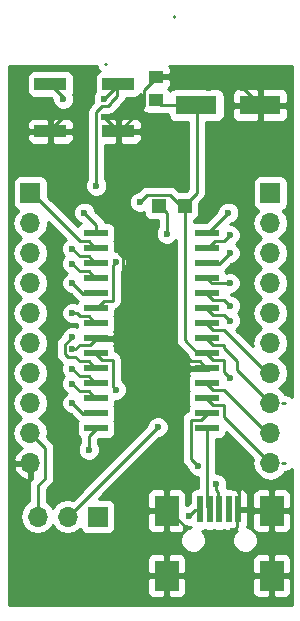
<source format=gbr>
G04 #@! TF.FileFunction,Copper,L1,Top,Signal*
%FSLAX46Y46*%
G04 Gerber Fmt 4.6, Leading zero omitted, Abs format (unit mm)*
G04 Created by KiCad (PCBNEW 4.0.7) date Mon Sep 16 14:17:58 2019*
%MOMM*%
%LPD*%
G01*
G04 APERTURE LIST*
%ADD10C,0.100000*%
%ADD11R,1.250000X1.000000*%
%ADD12R,3.500000X1.600000*%
%ADD13R,1.200000X1.200000*%
%ADD14R,0.500000X2.300000*%
%ADD15R,2.000000X2.500000*%
%ADD16R,2.750000X1.000000*%
%ADD17R,2.000000X0.600000*%
%ADD18R,1.700000X1.700000*%
%ADD19O,1.700000X1.700000*%
%ADD20C,0.600000*%
%ADD21C,0.250000*%
%ADD22C,0.254000*%
G04 APERTURE END LIST*
D10*
D11*
X159225000Y-81600000D03*
X159225000Y-83600000D03*
D12*
X162650000Y-84000000D03*
X168050000Y-84000000D03*
D13*
X161650000Y-92500000D03*
X159450000Y-92500000D03*
D14*
X162975000Y-118225000D03*
X163775000Y-118225000D03*
X164575000Y-118225000D03*
X165375000Y-118225000D03*
X166175000Y-118225000D03*
D15*
X160125000Y-118325000D03*
X160125000Y-123825000D03*
X169025000Y-118325000D03*
X169025000Y-123825000D03*
D16*
X156055000Y-86200000D03*
X150295000Y-86200000D03*
X150295000Y-82200000D03*
X156055000Y-82200000D03*
D17*
X154153952Y-94845000D03*
X154153952Y-96115000D03*
X154153952Y-97385000D03*
X154153952Y-98655000D03*
X154153952Y-99925000D03*
X154153952Y-101195000D03*
X154153952Y-102465000D03*
X154153952Y-103735000D03*
X154153952Y-105005000D03*
X154153952Y-106275000D03*
X154153952Y-107545000D03*
X154153952Y-108815000D03*
X154153952Y-110085000D03*
X154153952Y-111355000D03*
X163553952Y-111355000D03*
X163553952Y-110085000D03*
X163553952Y-108815000D03*
X163553952Y-107545000D03*
X163553952Y-106275000D03*
X163553952Y-105005000D03*
X163553952Y-103735000D03*
X163553952Y-102465000D03*
X163553952Y-101195000D03*
X163553952Y-99925000D03*
X163553952Y-98655000D03*
X163553952Y-97385000D03*
X163553952Y-96115000D03*
X163553952Y-94845000D03*
D18*
X154300000Y-118825000D03*
D19*
X151760000Y-118825000D03*
X149220000Y-118825000D03*
D18*
X168910000Y-91440000D03*
D19*
X168910000Y-93980000D03*
X168910000Y-96520000D03*
X168910000Y-99060000D03*
X168910000Y-101600000D03*
X168910000Y-104140000D03*
X168910000Y-106680000D03*
X168910000Y-109220000D03*
X168910000Y-111760000D03*
X168910000Y-114300000D03*
D18*
X148590000Y-91440000D03*
D19*
X148590000Y-93980000D03*
X148590000Y-96520000D03*
X148590000Y-99060000D03*
X148590000Y-101600000D03*
X148590000Y-104140000D03*
X148590000Y-106680000D03*
X148590000Y-109220000D03*
X148590000Y-111760000D03*
X148590000Y-114300000D03*
D20*
X152146000Y-103632000D03*
X160147000Y-115062000D03*
X161798000Y-119761000D03*
X165735000Y-120015000D03*
X163703000Y-82550000D03*
X166624000Y-82550000D03*
X158242000Y-102235000D03*
X154813000Y-84963000D03*
X151384000Y-84963000D03*
X161036000Y-104648000D03*
X152146000Y-104648000D03*
X155829000Y-108077000D03*
X159385000Y-111252000D03*
X165481000Y-107061000D03*
X157861000Y-92202000D03*
X153543000Y-113157000D03*
X160147000Y-94869000D03*
X162052000Y-118745000D03*
X164338000Y-116078000D03*
X162814000Y-114554000D03*
X155829000Y-97282000D03*
X154178000Y-90805000D03*
X151384000Y-83439000D03*
X154813000Y-83439000D03*
X153162000Y-93091000D03*
X165354000Y-93091000D03*
X165481000Y-94996000D03*
X165481000Y-96520000D03*
X165481000Y-99060000D03*
X165481000Y-100965000D03*
X165481000Y-102235000D03*
X152146000Y-96139000D03*
X152146000Y-97409000D03*
X152146000Y-99060000D03*
X152146000Y-101600000D03*
X152146000Y-106299000D03*
X152146000Y-107569000D03*
X152146000Y-109220000D03*
D21*
X170180000Y-109220000D02*
X169926000Y-109220000D01*
X170180000Y-114300000D02*
X169926000Y-114300000D01*
X160782000Y-76454000D02*
X160755000Y-76500000D01*
X160755000Y-76500000D02*
X160782000Y-76454000D01*
X154995000Y-80500000D02*
X154940000Y-80518000D01*
X154940000Y-80518000D02*
X154995000Y-80500000D01*
X152146000Y-103632000D02*
X151511000Y-104267000D01*
X151511000Y-104267000D02*
X151511000Y-105029000D01*
X151511000Y-105029000D02*
X151765000Y-105283000D01*
X151765000Y-105283000D02*
X152400000Y-105283000D01*
X152400000Y-105283000D02*
X152781000Y-105664000D01*
X152781000Y-105664000D02*
X153543000Y-105664000D01*
X153543000Y-105664000D02*
X154178000Y-106299000D01*
X154178000Y-106299000D02*
X154153952Y-106275000D01*
X160147000Y-115062000D02*
X160147000Y-118364000D01*
X160147000Y-118364000D02*
X160125000Y-118325000D01*
X160125000Y-118325000D02*
X160147000Y-118364000D01*
X160147000Y-118364000D02*
X160401000Y-118364000D01*
X160401000Y-118364000D02*
X161798000Y-119761000D01*
X165735000Y-120015000D02*
X166116000Y-119634000D01*
X166116000Y-119634000D02*
X166116000Y-118237000D01*
X166116000Y-118237000D02*
X166175000Y-118225000D01*
X169025000Y-118325000D02*
X169037000Y-118364000D01*
X169037000Y-118364000D02*
X169037000Y-123825000D01*
X169037000Y-123825000D02*
X169025000Y-123825000D01*
X160125000Y-118325000D02*
X160147000Y-118364000D01*
X160147000Y-118364000D02*
X160147000Y-123825000D01*
X160147000Y-123825000D02*
X160125000Y-123825000D01*
X166175000Y-118225000D02*
X166116000Y-118237000D01*
X166116000Y-118237000D02*
X168910000Y-118237000D01*
X168910000Y-118237000D02*
X169037000Y-118364000D01*
X169037000Y-118364000D02*
X169025000Y-118325000D01*
X156055000Y-86200000D02*
X156083000Y-86233000D01*
X156083000Y-86233000D02*
X158242000Y-84074000D01*
X158242000Y-84074000D02*
X158242000Y-82677000D01*
X158242000Y-82677000D02*
X159258000Y-81661000D01*
X159258000Y-81661000D02*
X159225000Y-81600000D01*
X159225000Y-81600000D02*
X159258000Y-81661000D01*
X159258000Y-81661000D02*
X162814000Y-81661000D01*
X162814000Y-81661000D02*
X163703000Y-82550000D01*
X166624000Y-82550000D02*
X168021000Y-83947000D01*
X168021000Y-83947000D02*
X168050000Y-84000000D01*
X158242000Y-102235000D02*
X156464000Y-100457000D01*
X156464000Y-100457000D02*
X156464000Y-96901000D01*
X156464000Y-96901000D02*
X156083000Y-96520000D01*
X156083000Y-96520000D02*
X156083000Y-86233000D01*
X156083000Y-86233000D02*
X156055000Y-86200000D01*
X156055000Y-86200000D02*
X156083000Y-86233000D01*
X156083000Y-86233000D02*
X154813000Y-84963000D01*
X151384000Y-84963000D02*
X150241000Y-86106000D01*
X150241000Y-86106000D02*
X150241000Y-86233000D01*
X150241000Y-86233000D02*
X150295000Y-86200000D01*
X161036000Y-104648000D02*
X161163000Y-104648000D01*
X161163000Y-104648000D02*
X162179000Y-105664000D01*
X162179000Y-105664000D02*
X162941000Y-105664000D01*
X162941000Y-105664000D02*
X163576000Y-106299000D01*
X163576000Y-106299000D02*
X163553952Y-106275000D01*
X152146000Y-104648000D02*
X152400000Y-104648000D01*
X152400000Y-104648000D02*
X152781000Y-104267000D01*
X152781000Y-104267000D02*
X153670000Y-104267000D01*
X153670000Y-104267000D02*
X154178000Y-103759000D01*
X154178000Y-103759000D02*
X154153952Y-103735000D01*
X155829000Y-108077000D02*
X155575000Y-107823000D01*
X155575000Y-107823000D02*
X155575000Y-105537000D01*
X155575000Y-105537000D02*
X154686000Y-105537000D01*
X154686000Y-105537000D02*
X154178000Y-105029000D01*
X154178000Y-105029000D02*
X154153952Y-105005000D01*
X151760000Y-118825000D02*
X151765000Y-118872000D01*
X151765000Y-118872000D02*
X159385000Y-111252000D01*
X165481000Y-107061000D02*
X164973000Y-106553000D01*
X164973000Y-106553000D02*
X164973000Y-105537000D01*
X164973000Y-105537000D02*
X164084000Y-105537000D01*
X164084000Y-105537000D02*
X163576000Y-105029000D01*
X163576000Y-105029000D02*
X163553952Y-105005000D01*
X161650000Y-92500000D02*
X161671000Y-92456000D01*
X161671000Y-92456000D02*
X162687000Y-91440000D01*
X162687000Y-91440000D02*
X162687000Y-83947000D01*
X162687000Y-83947000D02*
X162650000Y-84000000D01*
X162650000Y-84000000D02*
X162687000Y-83947000D01*
X162687000Y-83947000D02*
X159639000Y-83947000D01*
X159639000Y-83947000D02*
X159258000Y-83566000D01*
X159258000Y-83566000D02*
X159225000Y-83600000D01*
X163576000Y-105029000D02*
X163553952Y-105005000D01*
X163553952Y-105005000D02*
X163576000Y-105029000D01*
X163576000Y-105029000D02*
X162814000Y-105029000D01*
X162814000Y-105029000D02*
X161671000Y-103886000D01*
X161671000Y-103886000D02*
X161671000Y-92456000D01*
X161671000Y-92456000D02*
X161650000Y-92500000D01*
X161650000Y-92500000D02*
X161671000Y-92456000D01*
X161650000Y-92500000D02*
X161671000Y-92456000D01*
X161671000Y-92456000D02*
X161290000Y-92456000D01*
X161290000Y-92456000D02*
X160401000Y-91567000D01*
X160401000Y-91567000D02*
X158496000Y-91567000D01*
X158496000Y-91567000D02*
X157861000Y-92202000D01*
X154153952Y-111355000D02*
X154178000Y-111379000D01*
X154178000Y-111379000D02*
X153543000Y-112014000D01*
X153543000Y-112014000D02*
X153543000Y-113157000D01*
X159450000Y-92500000D02*
X159512000Y-92456000D01*
X159512000Y-92456000D02*
X160147000Y-93091000D01*
X160147000Y-93091000D02*
X160147000Y-94869000D01*
X163775000Y-118225000D02*
X163830000Y-118237000D01*
X163830000Y-118237000D02*
X163576000Y-117983000D01*
X163576000Y-117983000D02*
X163576000Y-111379000D01*
X163576000Y-111379000D02*
X163553952Y-111355000D01*
X163576000Y-111379000D02*
X163553952Y-111355000D01*
X162975000Y-118225000D02*
X162941000Y-118237000D01*
X162941000Y-118237000D02*
X162560000Y-118237000D01*
X162560000Y-118237000D02*
X162052000Y-118745000D01*
X164575000Y-118225000D02*
X164592000Y-118237000D01*
X164592000Y-118237000D02*
X164465000Y-118110000D01*
X164465000Y-118110000D02*
X164465000Y-116713000D01*
X164465000Y-116713000D02*
X164338000Y-116586000D01*
X164338000Y-116586000D02*
X164338000Y-116078000D01*
X162814000Y-114554000D02*
X162179000Y-113919000D01*
X162179000Y-113919000D02*
X162179000Y-110617000D01*
X162179000Y-110617000D02*
X163068000Y-110617000D01*
X163068000Y-110617000D02*
X163576000Y-110109000D01*
X163576000Y-110109000D02*
X163553952Y-110085000D01*
X163576000Y-110109000D02*
X163553952Y-110085000D01*
X155829000Y-97282000D02*
X155575000Y-97536000D01*
X155575000Y-97536000D02*
X155575000Y-100584000D01*
X155575000Y-100584000D02*
X154813000Y-100584000D01*
X154813000Y-100584000D02*
X154178000Y-101219000D01*
X154178000Y-101219000D02*
X154153952Y-101195000D01*
X156055000Y-82200000D02*
X156083000Y-82169000D01*
X156083000Y-82169000D02*
X155956000Y-82296000D01*
X155956000Y-82296000D02*
X155956000Y-83185000D01*
X155956000Y-83185000D02*
X155448000Y-83693000D01*
X155448000Y-83693000D02*
X155448000Y-83820000D01*
X155448000Y-83820000D02*
X155194000Y-84074000D01*
X155194000Y-84074000D02*
X154686000Y-84074000D01*
X154686000Y-84074000D02*
X154178000Y-84582000D01*
X154178000Y-84582000D02*
X154178000Y-90805000D01*
X150295000Y-82200000D02*
X150241000Y-82169000D01*
X150241000Y-82169000D02*
X151384000Y-83312000D01*
X151384000Y-83312000D02*
X151384000Y-83439000D01*
X154813000Y-83439000D02*
X156083000Y-82169000D01*
X156083000Y-82169000D02*
X156055000Y-82200000D01*
X153162000Y-93091000D02*
X154178000Y-94107000D01*
X154178000Y-94107000D02*
X154178000Y-94869000D01*
X154178000Y-94869000D02*
X154153952Y-94845000D01*
X148590000Y-111760000D02*
X149860000Y-113030000D01*
X149860000Y-113030000D02*
X149860000Y-115570000D01*
X149860000Y-115570000D02*
X149225000Y-116205000D01*
X149225000Y-116205000D02*
X149225000Y-118872000D01*
X149225000Y-118872000D02*
X149220000Y-118825000D01*
X163553952Y-94845000D02*
X163576000Y-94869000D01*
X163576000Y-94869000D02*
X165354000Y-93091000D01*
X163553952Y-94845000D02*
X163576000Y-94869000D01*
X165481000Y-94996000D02*
X164973000Y-95504000D01*
X164973000Y-95504000D02*
X164211000Y-95504000D01*
X164211000Y-95504000D02*
X163576000Y-96139000D01*
X163576000Y-96139000D02*
X163553952Y-96115000D01*
X163576000Y-96139000D02*
X163553952Y-96115000D01*
X163553952Y-97385000D02*
X163576000Y-97409000D01*
X163576000Y-97409000D02*
X164592000Y-97409000D01*
X164592000Y-97409000D02*
X165481000Y-96520000D01*
X163553952Y-97385000D02*
X163576000Y-97409000D01*
X165481000Y-99060000D02*
X163957000Y-99060000D01*
X163957000Y-99060000D02*
X163576000Y-98679000D01*
X163576000Y-98679000D02*
X163553952Y-98655000D01*
X163576000Y-98679000D02*
X163553952Y-98655000D01*
X165481000Y-100965000D02*
X164973000Y-100457000D01*
X164973000Y-100457000D02*
X164084000Y-100457000D01*
X164084000Y-100457000D02*
X163576000Y-99949000D01*
X163576000Y-99949000D02*
X163553952Y-99925000D01*
X163576000Y-99949000D02*
X163553952Y-99925000D01*
X165481000Y-102235000D02*
X164973000Y-101727000D01*
X164973000Y-101727000D02*
X164084000Y-101727000D01*
X164084000Y-101727000D02*
X163576000Y-101219000D01*
X163576000Y-101219000D02*
X163553952Y-101195000D01*
X163576000Y-101219000D02*
X163553952Y-101195000D01*
X168910000Y-106680000D02*
X168656000Y-106680000D01*
X168656000Y-106680000D02*
X164973000Y-102997000D01*
X164973000Y-102997000D02*
X164084000Y-102997000D01*
X164084000Y-102997000D02*
X163576000Y-102489000D01*
X163576000Y-102489000D02*
X163553952Y-102465000D01*
X163576000Y-102489000D02*
X163553952Y-102465000D01*
X168910000Y-109220000D02*
X166116000Y-106426000D01*
X166116000Y-106426000D02*
X166116000Y-105664000D01*
X166116000Y-105664000D02*
X164973000Y-104521000D01*
X164973000Y-104521000D02*
X164973000Y-104267000D01*
X164973000Y-104267000D02*
X164084000Y-104267000D01*
X164084000Y-104267000D02*
X163576000Y-103759000D01*
X163576000Y-103759000D02*
X163553952Y-103735000D01*
X163576000Y-103759000D02*
X163553952Y-103735000D01*
X168910000Y-111760000D02*
X168656000Y-111760000D01*
X168656000Y-111760000D02*
X164973000Y-108077000D01*
X164973000Y-108077000D02*
X164084000Y-108077000D01*
X164084000Y-108077000D02*
X163576000Y-107569000D01*
X163576000Y-107569000D02*
X163553952Y-107545000D01*
X163576000Y-107569000D02*
X163553952Y-107545000D01*
X168910000Y-114300000D02*
X164973000Y-110363000D01*
X164973000Y-110363000D02*
X164973000Y-109347000D01*
X164973000Y-109347000D02*
X164084000Y-109347000D01*
X164084000Y-109347000D02*
X163576000Y-108839000D01*
X163576000Y-108839000D02*
X163553952Y-108815000D01*
X163576000Y-108839000D02*
X163553952Y-108815000D01*
X148590000Y-91440000D02*
X148717000Y-91440000D01*
X148717000Y-91440000D02*
X152781000Y-95504000D01*
X152781000Y-95504000D02*
X153543000Y-95504000D01*
X153543000Y-95504000D02*
X154178000Y-96139000D01*
X154178000Y-96139000D02*
X154153952Y-96115000D01*
X154178000Y-96139000D02*
X154153952Y-96115000D01*
X152146000Y-96139000D02*
X152781000Y-96774000D01*
X152781000Y-96774000D02*
X153543000Y-96774000D01*
X153543000Y-96774000D02*
X154178000Y-97409000D01*
X154178000Y-97409000D02*
X154153952Y-97385000D01*
X154178000Y-97409000D02*
X154153952Y-97385000D01*
X152146000Y-97409000D02*
X152781000Y-98044000D01*
X152781000Y-98044000D02*
X153543000Y-98044000D01*
X153543000Y-98044000D02*
X154178000Y-98679000D01*
X154178000Y-98679000D02*
X154153952Y-98655000D01*
X154178000Y-98679000D02*
X154153952Y-98655000D01*
X154153952Y-99925000D02*
X154178000Y-99949000D01*
X154178000Y-99949000D02*
X153035000Y-99949000D01*
X153035000Y-99949000D02*
X152146000Y-99060000D01*
X154153952Y-99925000D02*
X154178000Y-99949000D01*
X152146000Y-101600000D02*
X152527000Y-101600000D01*
X152527000Y-101600000D02*
X152781000Y-101854000D01*
X152781000Y-101854000D02*
X153543000Y-101854000D01*
X153543000Y-101854000D02*
X154178000Y-102489000D01*
X154178000Y-102489000D02*
X154153952Y-102465000D01*
X154178000Y-102489000D02*
X154153952Y-102465000D01*
X152146000Y-106299000D02*
X152781000Y-106934000D01*
X152781000Y-106934000D02*
X153543000Y-106934000D01*
X153543000Y-106934000D02*
X154178000Y-107569000D01*
X154178000Y-107569000D02*
X154153952Y-107545000D01*
X154178000Y-107569000D02*
X154153952Y-107545000D01*
X152146000Y-107569000D02*
X152781000Y-108204000D01*
X152781000Y-108204000D02*
X153543000Y-108204000D01*
X153543000Y-108204000D02*
X154178000Y-108839000D01*
X154178000Y-108839000D02*
X154153952Y-108815000D01*
X154178000Y-108839000D02*
X154153952Y-108815000D01*
X154153952Y-110085000D02*
X154178000Y-110109000D01*
X154178000Y-110109000D02*
X153035000Y-110109000D01*
X153035000Y-110109000D02*
X152146000Y-109220000D01*
X154153952Y-110085000D02*
X154178000Y-110109000D01*
D22*
G36*
X154217698Y-80754390D02*
X154363143Y-81012808D01*
X154465267Y-81092965D01*
X154444683Y-81096838D01*
X154228559Y-81235910D01*
X154083569Y-81448110D01*
X154032560Y-81700000D01*
X154032560Y-82700000D01*
X154063757Y-82865799D01*
X154020808Y-82908673D01*
X153878162Y-83252201D01*
X153877838Y-83624167D01*
X153931400Y-83753798D01*
X153640599Y-84044599D01*
X153475852Y-84291161D01*
X153418000Y-84582000D01*
X153418000Y-90242537D01*
X153385808Y-90274673D01*
X153243162Y-90618201D01*
X153242838Y-90990167D01*
X153384883Y-91333943D01*
X153647673Y-91597192D01*
X153991201Y-91739838D01*
X154363167Y-91740162D01*
X154706943Y-91598117D01*
X154970192Y-91335327D01*
X155112838Y-90991799D01*
X155113162Y-90619833D01*
X154971117Y-90276057D01*
X154938000Y-90242882D01*
X154938000Y-87335000D01*
X155769250Y-87335000D01*
X155928000Y-87176250D01*
X155928000Y-86327000D01*
X156182000Y-86327000D01*
X156182000Y-87176250D01*
X156340750Y-87335000D01*
X157556309Y-87335000D01*
X157789698Y-87238327D01*
X157968327Y-87059699D01*
X158065000Y-86826310D01*
X158065000Y-86485750D01*
X157906250Y-86327000D01*
X156182000Y-86327000D01*
X155928000Y-86327000D01*
X155908000Y-86327000D01*
X155908000Y-86073000D01*
X155928000Y-86073000D01*
X155928000Y-85223750D01*
X156182000Y-85223750D01*
X156182000Y-86073000D01*
X157906250Y-86073000D01*
X158065000Y-85914250D01*
X158065000Y-85573690D01*
X157968327Y-85340301D01*
X157789698Y-85161673D01*
X157556309Y-85065000D01*
X156340750Y-85065000D01*
X156182000Y-85223750D01*
X155928000Y-85223750D01*
X155769250Y-85065000D01*
X154938000Y-85065000D01*
X154938000Y-84896802D01*
X155000802Y-84834000D01*
X155194000Y-84834000D01*
X155484839Y-84776148D01*
X155731401Y-84611401D01*
X155985401Y-84357401D01*
X156150148Y-84110840D01*
X156161368Y-84054434D01*
X156493401Y-83722401D01*
X156567608Y-83611342D01*
X156658148Y-83475839D01*
X156683688Y-83347440D01*
X157430000Y-83347440D01*
X157665317Y-83303162D01*
X157881441Y-83164090D01*
X157964071Y-83043157D01*
X157952560Y-83100000D01*
X157952560Y-84100000D01*
X157996838Y-84335317D01*
X158135910Y-84551441D01*
X158348110Y-84696431D01*
X158600000Y-84747440D01*
X159850000Y-84747440D01*
X160064920Y-84707000D01*
X160252560Y-84707000D01*
X160252560Y-84800000D01*
X160296838Y-85035317D01*
X160435910Y-85251441D01*
X160648110Y-85396431D01*
X160900000Y-85447440D01*
X161927000Y-85447440D01*
X161927000Y-91125198D01*
X161799638Y-91252560D01*
X161161362Y-91252560D01*
X160938401Y-91029599D01*
X160691839Y-90864852D01*
X160401000Y-90807000D01*
X158496000Y-90807000D01*
X158205161Y-90864852D01*
X157958599Y-91029599D01*
X157721320Y-91266878D01*
X157675833Y-91266838D01*
X157332057Y-91408883D01*
X157068808Y-91671673D01*
X156926162Y-92015201D01*
X156925838Y-92387167D01*
X157067883Y-92730943D01*
X157330673Y-92994192D01*
X157674201Y-93136838D01*
X158046167Y-93137162D01*
X158202560Y-93072542D01*
X158202560Y-93100000D01*
X158246838Y-93335317D01*
X158385910Y-93551441D01*
X158598110Y-93696431D01*
X158850000Y-93747440D01*
X159387000Y-93747440D01*
X159387000Y-94306537D01*
X159354808Y-94338673D01*
X159212162Y-94682201D01*
X159211838Y-95054167D01*
X159353883Y-95397943D01*
X159616673Y-95661192D01*
X159960201Y-95803838D01*
X160332167Y-95804162D01*
X160675943Y-95662117D01*
X160911000Y-95427470D01*
X160911000Y-103886000D01*
X160968852Y-104176839D01*
X161133599Y-104423401D01*
X161906512Y-105196314D01*
X161906512Y-105305000D01*
X161950790Y-105540317D01*
X162009130Y-105630980D01*
X161918952Y-105848690D01*
X161918952Y-105989250D01*
X162077702Y-106148000D01*
X163426952Y-106148000D01*
X163426952Y-106128000D01*
X163626816Y-106128000D01*
X163700952Y-106177536D01*
X163700952Y-106402000D01*
X163680952Y-106402000D01*
X163680952Y-106422000D01*
X163426952Y-106422000D01*
X163426952Y-106402000D01*
X162077702Y-106402000D01*
X161918952Y-106560750D01*
X161918952Y-106701310D01*
X162008758Y-106918122D01*
X161957521Y-106993110D01*
X161906512Y-107245000D01*
X161906512Y-107845000D01*
X161950790Y-108080317D01*
X162014630Y-108179528D01*
X161957521Y-108263110D01*
X161906512Y-108515000D01*
X161906512Y-109115000D01*
X161950790Y-109350317D01*
X162014630Y-109449528D01*
X161957521Y-109533110D01*
X161906512Y-109785000D01*
X161906512Y-109911202D01*
X161888161Y-109914852D01*
X161641599Y-110079599D01*
X161476852Y-110326161D01*
X161419000Y-110617000D01*
X161419000Y-113919000D01*
X161476852Y-114209839D01*
X161641599Y-114456401D01*
X161878878Y-114693680D01*
X161878838Y-114739167D01*
X162020883Y-115082943D01*
X162283673Y-115346192D01*
X162627201Y-115488838D01*
X162816000Y-115489002D01*
X162816000Y-116427560D01*
X162725000Y-116427560D01*
X162489683Y-116471838D01*
X162273559Y-116610910D01*
X162128569Y-116823110D01*
X162077560Y-117075000D01*
X162077560Y-117662875D01*
X162022599Y-117699599D01*
X161912320Y-117809878D01*
X161866833Y-117809838D01*
X161760000Y-117853980D01*
X161760000Y-116948691D01*
X161663327Y-116715302D01*
X161484699Y-116536673D01*
X161251310Y-116440000D01*
X160410750Y-116440000D01*
X160252000Y-116598750D01*
X160252000Y-118198000D01*
X160272000Y-118198000D01*
X160272000Y-118452000D01*
X160252000Y-118452000D01*
X160252000Y-120051250D01*
X160410750Y-120210000D01*
X161251310Y-120210000D01*
X161484699Y-120113327D01*
X161663327Y-119934698D01*
X161760000Y-119701309D01*
X161760000Y-119636155D01*
X161865201Y-119679838D01*
X162166743Y-119680101D01*
X162205191Y-119739851D01*
X162160127Y-119739812D01*
X161761200Y-119904646D01*
X161455718Y-120209595D01*
X161290189Y-120608233D01*
X161289812Y-121039873D01*
X161454646Y-121438800D01*
X161759595Y-121744282D01*
X162158233Y-121909811D01*
X162589873Y-121910188D01*
X162988800Y-121745354D01*
X163294282Y-121440405D01*
X163459811Y-121041767D01*
X163460188Y-120610127D01*
X163295354Y-120211200D01*
X163106923Y-120022440D01*
X163225000Y-120022440D01*
X163380507Y-119993179D01*
X163525000Y-120022440D01*
X164025000Y-120022440D01*
X164180507Y-119993179D01*
X164325000Y-120022440D01*
X164825000Y-120022440D01*
X164980507Y-119993179D01*
X165125000Y-120022440D01*
X165625000Y-120022440D01*
X165765086Y-119996081D01*
X165798690Y-120010000D01*
X165891250Y-120010000D01*
X166036384Y-119864866D01*
X166047998Y-119857393D01*
X166047998Y-120010000D01*
X166055662Y-120010000D01*
X165855718Y-120209595D01*
X165690189Y-120608233D01*
X165689812Y-121039873D01*
X165854646Y-121438800D01*
X166159595Y-121744282D01*
X166558233Y-121909811D01*
X166989873Y-121910188D01*
X167388800Y-121745354D01*
X167694282Y-121440405D01*
X167859811Y-121041767D01*
X167860188Y-120610127D01*
X167695354Y-120211200D01*
X167390405Y-119905718D01*
X166991767Y-119740189D01*
X166957866Y-119740159D01*
X166963327Y-119734698D01*
X167060000Y-119501309D01*
X167060000Y-118610750D01*
X167390000Y-118610750D01*
X167390000Y-119701309D01*
X167486673Y-119934698D01*
X167665301Y-120113327D01*
X167898690Y-120210000D01*
X168739250Y-120210000D01*
X168898000Y-120051250D01*
X168898000Y-118452000D01*
X169152000Y-118452000D01*
X169152000Y-120051250D01*
X169310750Y-120210000D01*
X170151310Y-120210000D01*
X170384699Y-120113327D01*
X170563327Y-119934698D01*
X170660000Y-119701309D01*
X170660000Y-118610750D01*
X170501250Y-118452000D01*
X169152000Y-118452000D01*
X168898000Y-118452000D01*
X167548750Y-118452000D01*
X167390000Y-118610750D01*
X167060000Y-118610750D01*
X167060000Y-118510750D01*
X166901250Y-118352000D01*
X166300000Y-118352000D01*
X166300000Y-118372000D01*
X166272440Y-118372000D01*
X166272440Y-117075000D01*
X166228162Y-116839683D01*
X166089090Y-116623559D01*
X166052781Y-116598750D01*
X166300000Y-116598750D01*
X166300000Y-118098000D01*
X166901250Y-118098000D01*
X167060000Y-117939250D01*
X167060000Y-116948691D01*
X167390000Y-116948691D01*
X167390000Y-118039250D01*
X167548750Y-118198000D01*
X168898000Y-118198000D01*
X168898000Y-116598750D01*
X169152000Y-116598750D01*
X169152000Y-118198000D01*
X170501250Y-118198000D01*
X170660000Y-118039250D01*
X170660000Y-116948691D01*
X170563327Y-116715302D01*
X170384699Y-116536673D01*
X170151310Y-116440000D01*
X169310750Y-116440000D01*
X169152000Y-116598750D01*
X168898000Y-116598750D01*
X168739250Y-116440000D01*
X167898690Y-116440000D01*
X167665301Y-116536673D01*
X167486673Y-116715302D01*
X167390000Y-116948691D01*
X167060000Y-116948691D01*
X166963327Y-116715302D01*
X166784699Y-116536673D01*
X166551310Y-116440000D01*
X166458750Y-116440000D01*
X166300000Y-116598750D01*
X166052781Y-116598750D01*
X166044001Y-116592751D01*
X165891250Y-116440000D01*
X165798690Y-116440000D01*
X165761829Y-116455268D01*
X165625000Y-116427560D01*
X165205253Y-116427560D01*
X165272838Y-116264799D01*
X165273162Y-115892833D01*
X165131117Y-115549057D01*
X164868327Y-115285808D01*
X164524799Y-115143162D01*
X164336000Y-115142998D01*
X164336000Y-112302440D01*
X164553952Y-112302440D01*
X164789269Y-112258162D01*
X165005393Y-112119090D01*
X165150383Y-111906890D01*
X165199507Y-111664309D01*
X167468790Y-113933592D01*
X167395907Y-114300000D01*
X167508946Y-114868285D01*
X167830853Y-115350054D01*
X168312622Y-115671961D01*
X168880907Y-115785000D01*
X168939093Y-115785000D01*
X169507378Y-115671961D01*
X169989147Y-115350054D01*
X170183407Y-115059322D01*
X170470839Y-115002148D01*
X170717401Y-114837401D01*
X170740000Y-114803579D01*
X170740000Y-126290000D01*
X146760000Y-126290000D01*
X146760000Y-124110750D01*
X158490000Y-124110750D01*
X158490000Y-125201309D01*
X158586673Y-125434698D01*
X158765301Y-125613327D01*
X158998690Y-125710000D01*
X159839250Y-125710000D01*
X159998000Y-125551250D01*
X159998000Y-123952000D01*
X160252000Y-123952000D01*
X160252000Y-125551250D01*
X160410750Y-125710000D01*
X161251310Y-125710000D01*
X161484699Y-125613327D01*
X161663327Y-125434698D01*
X161760000Y-125201309D01*
X161760000Y-124110750D01*
X167390000Y-124110750D01*
X167390000Y-125201309D01*
X167486673Y-125434698D01*
X167665301Y-125613327D01*
X167898690Y-125710000D01*
X168739250Y-125710000D01*
X168898000Y-125551250D01*
X168898000Y-123952000D01*
X169152000Y-123952000D01*
X169152000Y-125551250D01*
X169310750Y-125710000D01*
X170151310Y-125710000D01*
X170384699Y-125613327D01*
X170563327Y-125434698D01*
X170660000Y-125201309D01*
X170660000Y-124110750D01*
X170501250Y-123952000D01*
X169152000Y-123952000D01*
X168898000Y-123952000D01*
X167548750Y-123952000D01*
X167390000Y-124110750D01*
X161760000Y-124110750D01*
X161601250Y-123952000D01*
X160252000Y-123952000D01*
X159998000Y-123952000D01*
X158648750Y-123952000D01*
X158490000Y-124110750D01*
X146760000Y-124110750D01*
X146760000Y-122448691D01*
X158490000Y-122448691D01*
X158490000Y-123539250D01*
X158648750Y-123698000D01*
X159998000Y-123698000D01*
X159998000Y-122098750D01*
X160252000Y-122098750D01*
X160252000Y-123698000D01*
X161601250Y-123698000D01*
X161760000Y-123539250D01*
X161760000Y-122448691D01*
X167390000Y-122448691D01*
X167390000Y-123539250D01*
X167548750Y-123698000D01*
X168898000Y-123698000D01*
X168898000Y-122098750D01*
X169152000Y-122098750D01*
X169152000Y-123698000D01*
X170501250Y-123698000D01*
X170660000Y-123539250D01*
X170660000Y-122448691D01*
X170563327Y-122215302D01*
X170384699Y-122036673D01*
X170151310Y-121940000D01*
X169310750Y-121940000D01*
X169152000Y-122098750D01*
X168898000Y-122098750D01*
X168739250Y-121940000D01*
X167898690Y-121940000D01*
X167665301Y-122036673D01*
X167486673Y-122215302D01*
X167390000Y-122448691D01*
X161760000Y-122448691D01*
X161663327Y-122215302D01*
X161484699Y-122036673D01*
X161251310Y-121940000D01*
X160410750Y-121940000D01*
X160252000Y-122098750D01*
X159998000Y-122098750D01*
X159839250Y-121940000D01*
X158998690Y-121940000D01*
X158765301Y-122036673D01*
X158586673Y-122215302D01*
X158490000Y-122448691D01*
X146760000Y-122448691D01*
X146760000Y-114656890D01*
X147148524Y-114656890D01*
X147318355Y-115066924D01*
X147708642Y-115495183D01*
X148233108Y-115741486D01*
X148463000Y-115620819D01*
X148463000Y-114427000D01*
X147269845Y-114427000D01*
X147148524Y-114656890D01*
X146760000Y-114656890D01*
X146760000Y-93980000D01*
X147075907Y-93980000D01*
X147188946Y-94548285D01*
X147510853Y-95030054D01*
X147840026Y-95250000D01*
X147510853Y-95469946D01*
X147188946Y-95951715D01*
X147075907Y-96520000D01*
X147188946Y-97088285D01*
X147510853Y-97570054D01*
X147840026Y-97790000D01*
X147510853Y-98009946D01*
X147188946Y-98491715D01*
X147075907Y-99060000D01*
X147188946Y-99628285D01*
X147510853Y-100110054D01*
X147840026Y-100330000D01*
X147510853Y-100549946D01*
X147188946Y-101031715D01*
X147075907Y-101600000D01*
X147188946Y-102168285D01*
X147510853Y-102650054D01*
X147840026Y-102870000D01*
X147510853Y-103089946D01*
X147188946Y-103571715D01*
X147075907Y-104140000D01*
X147188946Y-104708285D01*
X147510853Y-105190054D01*
X147840026Y-105410000D01*
X147510853Y-105629946D01*
X147188946Y-106111715D01*
X147075907Y-106680000D01*
X147188946Y-107248285D01*
X147510853Y-107730054D01*
X147840026Y-107950000D01*
X147510853Y-108169946D01*
X147188946Y-108651715D01*
X147075907Y-109220000D01*
X147188946Y-109788285D01*
X147510853Y-110270054D01*
X147840026Y-110490000D01*
X147510853Y-110709946D01*
X147188946Y-111191715D01*
X147075907Y-111760000D01*
X147188946Y-112328285D01*
X147510853Y-112810054D01*
X147851553Y-113037702D01*
X147708642Y-113104817D01*
X147318355Y-113533076D01*
X147148524Y-113943110D01*
X147269845Y-114173000D01*
X148463000Y-114173000D01*
X148463000Y-114153000D01*
X148717000Y-114153000D01*
X148717000Y-114173000D01*
X148737000Y-114173000D01*
X148737000Y-114427000D01*
X148717000Y-114427000D01*
X148717000Y-115620819D01*
X148728397Y-115626801D01*
X148687599Y-115667599D01*
X148522852Y-115914161D01*
X148465000Y-116205000D01*
X148465000Y-117548705D01*
X148169946Y-117745853D01*
X147848039Y-118227622D01*
X147735000Y-118795907D01*
X147735000Y-118854093D01*
X147848039Y-119422378D01*
X148169946Y-119904147D01*
X148651715Y-120226054D01*
X149220000Y-120339093D01*
X149788285Y-120226054D01*
X150270054Y-119904147D01*
X150490000Y-119574974D01*
X150709946Y-119904147D01*
X151191715Y-120226054D01*
X151760000Y-120339093D01*
X152328285Y-120226054D01*
X152810054Y-119904147D01*
X152837850Y-119862548D01*
X152846838Y-119910317D01*
X152985910Y-120126441D01*
X153198110Y-120271431D01*
X153450000Y-120322440D01*
X155150000Y-120322440D01*
X155385317Y-120278162D01*
X155601441Y-120139090D01*
X155746431Y-119926890D01*
X155797440Y-119675000D01*
X155797440Y-118610750D01*
X158490000Y-118610750D01*
X158490000Y-119701309D01*
X158586673Y-119934698D01*
X158765301Y-120113327D01*
X158998690Y-120210000D01*
X159839250Y-120210000D01*
X159998000Y-120051250D01*
X159998000Y-118452000D01*
X158648750Y-118452000D01*
X158490000Y-118610750D01*
X155797440Y-118610750D01*
X155797440Y-117975000D01*
X155753162Y-117739683D01*
X155614090Y-117523559D01*
X155401890Y-117378569D01*
X155150000Y-117327560D01*
X154384242Y-117327560D01*
X154763111Y-116948691D01*
X158490000Y-116948691D01*
X158490000Y-118039250D01*
X158648750Y-118198000D01*
X159998000Y-118198000D01*
X159998000Y-116598750D01*
X159839250Y-116440000D01*
X158998690Y-116440000D01*
X158765301Y-116536673D01*
X158586673Y-116715302D01*
X158490000Y-116948691D01*
X154763111Y-116948691D01*
X159524680Y-112187122D01*
X159570167Y-112187162D01*
X159913943Y-112045117D01*
X160177192Y-111782327D01*
X160319838Y-111438799D01*
X160320162Y-111066833D01*
X160178117Y-110723057D01*
X159915327Y-110459808D01*
X159571799Y-110317162D01*
X159199833Y-110316838D01*
X158856057Y-110458883D01*
X158592808Y-110721673D01*
X158450162Y-111065201D01*
X158450121Y-111112077D01*
X152169781Y-117392417D01*
X151760000Y-117310907D01*
X151191715Y-117423946D01*
X150709946Y-117745853D01*
X150490000Y-118075026D01*
X150270054Y-117745853D01*
X149985000Y-117555386D01*
X149985000Y-116519802D01*
X150397401Y-116107401D01*
X150562148Y-115860839D01*
X150620000Y-115570000D01*
X150620000Y-113030000D01*
X150585889Y-112858514D01*
X150562148Y-112739160D01*
X150397401Y-112492599D01*
X150031210Y-112126408D01*
X150104093Y-111760000D01*
X149991054Y-111191715D01*
X149669147Y-110709946D01*
X149339974Y-110490000D01*
X149669147Y-110270054D01*
X149991054Y-109788285D01*
X150104093Y-109220000D01*
X149991054Y-108651715D01*
X149669147Y-108169946D01*
X149339974Y-107950000D01*
X149669147Y-107730054D01*
X149991054Y-107248285D01*
X150104093Y-106680000D01*
X149991054Y-106111715D01*
X149669147Y-105629946D01*
X149339974Y-105410000D01*
X149669147Y-105190054D01*
X149991054Y-104708285D01*
X150104093Y-104140000D01*
X149991054Y-103571715D01*
X149669147Y-103089946D01*
X149339974Y-102870000D01*
X149669147Y-102650054D01*
X149991054Y-102168285D01*
X150104093Y-101600000D01*
X149991054Y-101031715D01*
X149669147Y-100549946D01*
X149339974Y-100330000D01*
X149669147Y-100110054D01*
X149991054Y-99628285D01*
X150104093Y-99060000D01*
X149991054Y-98491715D01*
X149669147Y-98009946D01*
X149339974Y-97790000D01*
X149669147Y-97570054D01*
X149991054Y-97088285D01*
X150104093Y-96520000D01*
X149991054Y-95951715D01*
X149669147Y-95469946D01*
X149339974Y-95250000D01*
X149669147Y-95030054D01*
X149991054Y-94548285D01*
X150104093Y-93980000D01*
X150084699Y-93882501D01*
X151582539Y-95380341D01*
X151353808Y-95608673D01*
X151211162Y-95952201D01*
X151210838Y-96324167D01*
X151352883Y-96667943D01*
X151458710Y-96773954D01*
X151353808Y-96878673D01*
X151211162Y-97222201D01*
X151210838Y-97594167D01*
X151352883Y-97937943D01*
X151615673Y-98201192D01*
X151695659Y-98234405D01*
X151617057Y-98266883D01*
X151353808Y-98529673D01*
X151211162Y-98873201D01*
X151210838Y-99245167D01*
X151352883Y-99588943D01*
X151615673Y-99852192D01*
X151959201Y-99994838D01*
X152006077Y-99994879D01*
X152497599Y-100486401D01*
X152612252Y-100563009D01*
X152557521Y-100643110D01*
X152535971Y-100749527D01*
X152332799Y-100665162D01*
X151960833Y-100664838D01*
X151617057Y-100806883D01*
X151353808Y-101069673D01*
X151211162Y-101413201D01*
X151210838Y-101785167D01*
X151352883Y-102128943D01*
X151615673Y-102392192D01*
X151959201Y-102534838D01*
X152331167Y-102535162D01*
X152410002Y-102502588D01*
X152490160Y-102556148D01*
X152506512Y-102559401D01*
X152506512Y-102765000D01*
X152507389Y-102769658D01*
X152332799Y-102697162D01*
X151960833Y-102696838D01*
X151617057Y-102838883D01*
X151353808Y-103101673D01*
X151211162Y-103445201D01*
X151211121Y-103492077D01*
X150973599Y-103729599D01*
X150808852Y-103976161D01*
X150751000Y-104267000D01*
X150751000Y-105029000D01*
X150808852Y-105319839D01*
X150973599Y-105566401D01*
X151227599Y-105820401D01*
X151309582Y-105875180D01*
X151211162Y-106112201D01*
X151210838Y-106484167D01*
X151352883Y-106827943D01*
X151458710Y-106933954D01*
X151353808Y-107038673D01*
X151211162Y-107382201D01*
X151210838Y-107754167D01*
X151352883Y-108097943D01*
X151615673Y-108361192D01*
X151695659Y-108394405D01*
X151617057Y-108426883D01*
X151353808Y-108689673D01*
X151211162Y-109033201D01*
X151210838Y-109405167D01*
X151352883Y-109748943D01*
X151615673Y-110012192D01*
X151959201Y-110154838D01*
X152006077Y-110154879D01*
X152497599Y-110646401D01*
X152612252Y-110723009D01*
X152557521Y-110803110D01*
X152506512Y-111055000D01*
X152506512Y-111655000D01*
X152550790Y-111890317D01*
X152689862Y-112106441D01*
X152783000Y-112170079D01*
X152783000Y-112594537D01*
X152750808Y-112626673D01*
X152608162Y-112970201D01*
X152607838Y-113342167D01*
X152749883Y-113685943D01*
X153012673Y-113949192D01*
X153356201Y-114091838D01*
X153728167Y-114092162D01*
X154071943Y-113950117D01*
X154335192Y-113687327D01*
X154477838Y-113343799D01*
X154478162Y-112971833D01*
X154336117Y-112628057D01*
X154303000Y-112594882D01*
X154303000Y-112328802D01*
X154329362Y-112302440D01*
X155153952Y-112302440D01*
X155389269Y-112258162D01*
X155605393Y-112119090D01*
X155750383Y-111906890D01*
X155801392Y-111655000D01*
X155801392Y-111055000D01*
X155757114Y-110819683D01*
X155693274Y-110720472D01*
X155750383Y-110636890D01*
X155801392Y-110385000D01*
X155801392Y-109785000D01*
X155757114Y-109549683D01*
X155693274Y-109450472D01*
X155750383Y-109366890D01*
X155801392Y-109115000D01*
X155801392Y-109011977D01*
X156014167Y-109012162D01*
X156357943Y-108870117D01*
X156621192Y-108607327D01*
X156763838Y-108263799D01*
X156764162Y-107891833D01*
X156622117Y-107548057D01*
X156359327Y-107284808D01*
X156335000Y-107274706D01*
X156335000Y-105537000D01*
X156277148Y-105246161D01*
X156112401Y-104999599D01*
X155865839Y-104834852D01*
X155801392Y-104822033D01*
X155801392Y-104705000D01*
X155757114Y-104469683D01*
X155698774Y-104379020D01*
X155788952Y-104161310D01*
X155788952Y-104020750D01*
X155630202Y-103862000D01*
X154280952Y-103862000D01*
X154280952Y-103882000D01*
X154026952Y-103882000D01*
X154026952Y-103862000D01*
X154006952Y-103862000D01*
X154006952Y-103608000D01*
X154026952Y-103608000D01*
X154026952Y-103588000D01*
X154280952Y-103588000D01*
X154280952Y-103608000D01*
X155630202Y-103608000D01*
X155788952Y-103449250D01*
X155788952Y-103308690D01*
X155699146Y-103091878D01*
X155750383Y-103016890D01*
X155801392Y-102765000D01*
X155801392Y-102165000D01*
X155757114Y-101929683D01*
X155693274Y-101830472D01*
X155750383Y-101746890D01*
X155801392Y-101495000D01*
X155801392Y-101298967D01*
X155865839Y-101286148D01*
X156112401Y-101121401D01*
X156277148Y-100874839D01*
X156335000Y-100584000D01*
X156335000Y-98084597D01*
X156357943Y-98075117D01*
X156621192Y-97812327D01*
X156763838Y-97468799D01*
X156764162Y-97096833D01*
X156622117Y-96753057D01*
X156359327Y-96489808D01*
X156015799Y-96347162D01*
X155801392Y-96346975D01*
X155801392Y-95815000D01*
X155757114Y-95579683D01*
X155693274Y-95480472D01*
X155750383Y-95396890D01*
X155801392Y-95145000D01*
X155801392Y-94545000D01*
X155757114Y-94309683D01*
X155618042Y-94093559D01*
X155405842Y-93948569D01*
X155153952Y-93897560D01*
X154896339Y-93897560D01*
X154880148Y-93816161D01*
X154715401Y-93569599D01*
X154097122Y-92951320D01*
X154097162Y-92905833D01*
X153955117Y-92562057D01*
X153692327Y-92298808D01*
X153348799Y-92156162D01*
X152976833Y-92155838D01*
X152633057Y-92297883D01*
X152369808Y-92560673D01*
X152227162Y-92904201D01*
X152226838Y-93276167D01*
X152368883Y-93619943D01*
X152631673Y-93883192D01*
X152861480Y-93978617D01*
X152702511Y-94080910D01*
X152592995Y-94241193D01*
X150087440Y-91735638D01*
X150087440Y-90590000D01*
X150043162Y-90354683D01*
X149904090Y-90138559D01*
X149691890Y-89993569D01*
X149440000Y-89942560D01*
X147740000Y-89942560D01*
X147504683Y-89986838D01*
X147288559Y-90125910D01*
X147143569Y-90338110D01*
X147092560Y-90590000D01*
X147092560Y-92290000D01*
X147136838Y-92525317D01*
X147275910Y-92741441D01*
X147488110Y-92886431D01*
X147555541Y-92900086D01*
X147510853Y-92929946D01*
X147188946Y-93411715D01*
X147075907Y-93980000D01*
X146760000Y-93980000D01*
X146760000Y-86485750D01*
X148285000Y-86485750D01*
X148285000Y-86826310D01*
X148381673Y-87059699D01*
X148560302Y-87238327D01*
X148793691Y-87335000D01*
X150009250Y-87335000D01*
X150168000Y-87176250D01*
X150168000Y-86327000D01*
X150422000Y-86327000D01*
X150422000Y-87176250D01*
X150580750Y-87335000D01*
X151796309Y-87335000D01*
X152029698Y-87238327D01*
X152208327Y-87059699D01*
X152305000Y-86826310D01*
X152305000Y-86485750D01*
X152146250Y-86327000D01*
X150422000Y-86327000D01*
X150168000Y-86327000D01*
X148443750Y-86327000D01*
X148285000Y-86485750D01*
X146760000Y-86485750D01*
X146760000Y-85573690D01*
X148285000Y-85573690D01*
X148285000Y-85914250D01*
X148443750Y-86073000D01*
X150168000Y-86073000D01*
X150168000Y-85223750D01*
X150422000Y-85223750D01*
X150422000Y-86073000D01*
X152146250Y-86073000D01*
X152305000Y-85914250D01*
X152305000Y-85573690D01*
X152208327Y-85340301D01*
X152029698Y-85161673D01*
X151796309Y-85065000D01*
X150580750Y-85065000D01*
X150422000Y-85223750D01*
X150168000Y-85223750D01*
X150009250Y-85065000D01*
X148793691Y-85065000D01*
X148560302Y-85161673D01*
X148381673Y-85340301D01*
X148285000Y-85573690D01*
X146760000Y-85573690D01*
X146760000Y-81700000D01*
X148272560Y-81700000D01*
X148272560Y-82700000D01*
X148316838Y-82935317D01*
X148455910Y-83151441D01*
X148668110Y-83296431D01*
X148920000Y-83347440D01*
X150344638Y-83347440D01*
X150448988Y-83451790D01*
X150448838Y-83624167D01*
X150590883Y-83967943D01*
X150853673Y-84231192D01*
X151197201Y-84373838D01*
X151569167Y-84374162D01*
X151912943Y-84232117D01*
X152176192Y-83969327D01*
X152318838Y-83625799D01*
X152319162Y-83253833D01*
X152221545Y-83017582D01*
X152266431Y-82951890D01*
X152317440Y-82700000D01*
X152317440Y-81700000D01*
X152273162Y-81464683D01*
X152134090Y-81248559D01*
X151921890Y-81103569D01*
X151670000Y-81052560D01*
X148920000Y-81052560D01*
X148684683Y-81096838D01*
X148468559Y-81235910D01*
X148323569Y-81448110D01*
X148272560Y-81700000D01*
X146760000Y-81700000D01*
X146760000Y-80720000D01*
X154213554Y-80720000D01*
X154217698Y-80754390D01*
X154217698Y-80754390D01*
G37*
X154217698Y-80754390D02*
X154363143Y-81012808D01*
X154465267Y-81092965D01*
X154444683Y-81096838D01*
X154228559Y-81235910D01*
X154083569Y-81448110D01*
X154032560Y-81700000D01*
X154032560Y-82700000D01*
X154063757Y-82865799D01*
X154020808Y-82908673D01*
X153878162Y-83252201D01*
X153877838Y-83624167D01*
X153931400Y-83753798D01*
X153640599Y-84044599D01*
X153475852Y-84291161D01*
X153418000Y-84582000D01*
X153418000Y-90242537D01*
X153385808Y-90274673D01*
X153243162Y-90618201D01*
X153242838Y-90990167D01*
X153384883Y-91333943D01*
X153647673Y-91597192D01*
X153991201Y-91739838D01*
X154363167Y-91740162D01*
X154706943Y-91598117D01*
X154970192Y-91335327D01*
X155112838Y-90991799D01*
X155113162Y-90619833D01*
X154971117Y-90276057D01*
X154938000Y-90242882D01*
X154938000Y-87335000D01*
X155769250Y-87335000D01*
X155928000Y-87176250D01*
X155928000Y-86327000D01*
X156182000Y-86327000D01*
X156182000Y-87176250D01*
X156340750Y-87335000D01*
X157556309Y-87335000D01*
X157789698Y-87238327D01*
X157968327Y-87059699D01*
X158065000Y-86826310D01*
X158065000Y-86485750D01*
X157906250Y-86327000D01*
X156182000Y-86327000D01*
X155928000Y-86327000D01*
X155908000Y-86327000D01*
X155908000Y-86073000D01*
X155928000Y-86073000D01*
X155928000Y-85223750D01*
X156182000Y-85223750D01*
X156182000Y-86073000D01*
X157906250Y-86073000D01*
X158065000Y-85914250D01*
X158065000Y-85573690D01*
X157968327Y-85340301D01*
X157789698Y-85161673D01*
X157556309Y-85065000D01*
X156340750Y-85065000D01*
X156182000Y-85223750D01*
X155928000Y-85223750D01*
X155769250Y-85065000D01*
X154938000Y-85065000D01*
X154938000Y-84896802D01*
X155000802Y-84834000D01*
X155194000Y-84834000D01*
X155484839Y-84776148D01*
X155731401Y-84611401D01*
X155985401Y-84357401D01*
X156150148Y-84110840D01*
X156161368Y-84054434D01*
X156493401Y-83722401D01*
X156567608Y-83611342D01*
X156658148Y-83475839D01*
X156683688Y-83347440D01*
X157430000Y-83347440D01*
X157665317Y-83303162D01*
X157881441Y-83164090D01*
X157964071Y-83043157D01*
X157952560Y-83100000D01*
X157952560Y-84100000D01*
X157996838Y-84335317D01*
X158135910Y-84551441D01*
X158348110Y-84696431D01*
X158600000Y-84747440D01*
X159850000Y-84747440D01*
X160064920Y-84707000D01*
X160252560Y-84707000D01*
X160252560Y-84800000D01*
X160296838Y-85035317D01*
X160435910Y-85251441D01*
X160648110Y-85396431D01*
X160900000Y-85447440D01*
X161927000Y-85447440D01*
X161927000Y-91125198D01*
X161799638Y-91252560D01*
X161161362Y-91252560D01*
X160938401Y-91029599D01*
X160691839Y-90864852D01*
X160401000Y-90807000D01*
X158496000Y-90807000D01*
X158205161Y-90864852D01*
X157958599Y-91029599D01*
X157721320Y-91266878D01*
X157675833Y-91266838D01*
X157332057Y-91408883D01*
X157068808Y-91671673D01*
X156926162Y-92015201D01*
X156925838Y-92387167D01*
X157067883Y-92730943D01*
X157330673Y-92994192D01*
X157674201Y-93136838D01*
X158046167Y-93137162D01*
X158202560Y-93072542D01*
X158202560Y-93100000D01*
X158246838Y-93335317D01*
X158385910Y-93551441D01*
X158598110Y-93696431D01*
X158850000Y-93747440D01*
X159387000Y-93747440D01*
X159387000Y-94306537D01*
X159354808Y-94338673D01*
X159212162Y-94682201D01*
X159211838Y-95054167D01*
X159353883Y-95397943D01*
X159616673Y-95661192D01*
X159960201Y-95803838D01*
X160332167Y-95804162D01*
X160675943Y-95662117D01*
X160911000Y-95427470D01*
X160911000Y-103886000D01*
X160968852Y-104176839D01*
X161133599Y-104423401D01*
X161906512Y-105196314D01*
X161906512Y-105305000D01*
X161950790Y-105540317D01*
X162009130Y-105630980D01*
X161918952Y-105848690D01*
X161918952Y-105989250D01*
X162077702Y-106148000D01*
X163426952Y-106148000D01*
X163426952Y-106128000D01*
X163626816Y-106128000D01*
X163700952Y-106177536D01*
X163700952Y-106402000D01*
X163680952Y-106402000D01*
X163680952Y-106422000D01*
X163426952Y-106422000D01*
X163426952Y-106402000D01*
X162077702Y-106402000D01*
X161918952Y-106560750D01*
X161918952Y-106701310D01*
X162008758Y-106918122D01*
X161957521Y-106993110D01*
X161906512Y-107245000D01*
X161906512Y-107845000D01*
X161950790Y-108080317D01*
X162014630Y-108179528D01*
X161957521Y-108263110D01*
X161906512Y-108515000D01*
X161906512Y-109115000D01*
X161950790Y-109350317D01*
X162014630Y-109449528D01*
X161957521Y-109533110D01*
X161906512Y-109785000D01*
X161906512Y-109911202D01*
X161888161Y-109914852D01*
X161641599Y-110079599D01*
X161476852Y-110326161D01*
X161419000Y-110617000D01*
X161419000Y-113919000D01*
X161476852Y-114209839D01*
X161641599Y-114456401D01*
X161878878Y-114693680D01*
X161878838Y-114739167D01*
X162020883Y-115082943D01*
X162283673Y-115346192D01*
X162627201Y-115488838D01*
X162816000Y-115489002D01*
X162816000Y-116427560D01*
X162725000Y-116427560D01*
X162489683Y-116471838D01*
X162273559Y-116610910D01*
X162128569Y-116823110D01*
X162077560Y-117075000D01*
X162077560Y-117662875D01*
X162022599Y-117699599D01*
X161912320Y-117809878D01*
X161866833Y-117809838D01*
X161760000Y-117853980D01*
X161760000Y-116948691D01*
X161663327Y-116715302D01*
X161484699Y-116536673D01*
X161251310Y-116440000D01*
X160410750Y-116440000D01*
X160252000Y-116598750D01*
X160252000Y-118198000D01*
X160272000Y-118198000D01*
X160272000Y-118452000D01*
X160252000Y-118452000D01*
X160252000Y-120051250D01*
X160410750Y-120210000D01*
X161251310Y-120210000D01*
X161484699Y-120113327D01*
X161663327Y-119934698D01*
X161760000Y-119701309D01*
X161760000Y-119636155D01*
X161865201Y-119679838D01*
X162166743Y-119680101D01*
X162205191Y-119739851D01*
X162160127Y-119739812D01*
X161761200Y-119904646D01*
X161455718Y-120209595D01*
X161290189Y-120608233D01*
X161289812Y-121039873D01*
X161454646Y-121438800D01*
X161759595Y-121744282D01*
X162158233Y-121909811D01*
X162589873Y-121910188D01*
X162988800Y-121745354D01*
X163294282Y-121440405D01*
X163459811Y-121041767D01*
X163460188Y-120610127D01*
X163295354Y-120211200D01*
X163106923Y-120022440D01*
X163225000Y-120022440D01*
X163380507Y-119993179D01*
X163525000Y-120022440D01*
X164025000Y-120022440D01*
X164180507Y-119993179D01*
X164325000Y-120022440D01*
X164825000Y-120022440D01*
X164980507Y-119993179D01*
X165125000Y-120022440D01*
X165625000Y-120022440D01*
X165765086Y-119996081D01*
X165798690Y-120010000D01*
X165891250Y-120010000D01*
X166036384Y-119864866D01*
X166047998Y-119857393D01*
X166047998Y-120010000D01*
X166055662Y-120010000D01*
X165855718Y-120209595D01*
X165690189Y-120608233D01*
X165689812Y-121039873D01*
X165854646Y-121438800D01*
X166159595Y-121744282D01*
X166558233Y-121909811D01*
X166989873Y-121910188D01*
X167388800Y-121745354D01*
X167694282Y-121440405D01*
X167859811Y-121041767D01*
X167860188Y-120610127D01*
X167695354Y-120211200D01*
X167390405Y-119905718D01*
X166991767Y-119740189D01*
X166957866Y-119740159D01*
X166963327Y-119734698D01*
X167060000Y-119501309D01*
X167060000Y-118610750D01*
X167390000Y-118610750D01*
X167390000Y-119701309D01*
X167486673Y-119934698D01*
X167665301Y-120113327D01*
X167898690Y-120210000D01*
X168739250Y-120210000D01*
X168898000Y-120051250D01*
X168898000Y-118452000D01*
X169152000Y-118452000D01*
X169152000Y-120051250D01*
X169310750Y-120210000D01*
X170151310Y-120210000D01*
X170384699Y-120113327D01*
X170563327Y-119934698D01*
X170660000Y-119701309D01*
X170660000Y-118610750D01*
X170501250Y-118452000D01*
X169152000Y-118452000D01*
X168898000Y-118452000D01*
X167548750Y-118452000D01*
X167390000Y-118610750D01*
X167060000Y-118610750D01*
X167060000Y-118510750D01*
X166901250Y-118352000D01*
X166300000Y-118352000D01*
X166300000Y-118372000D01*
X166272440Y-118372000D01*
X166272440Y-117075000D01*
X166228162Y-116839683D01*
X166089090Y-116623559D01*
X166052781Y-116598750D01*
X166300000Y-116598750D01*
X166300000Y-118098000D01*
X166901250Y-118098000D01*
X167060000Y-117939250D01*
X167060000Y-116948691D01*
X167390000Y-116948691D01*
X167390000Y-118039250D01*
X167548750Y-118198000D01*
X168898000Y-118198000D01*
X168898000Y-116598750D01*
X169152000Y-116598750D01*
X169152000Y-118198000D01*
X170501250Y-118198000D01*
X170660000Y-118039250D01*
X170660000Y-116948691D01*
X170563327Y-116715302D01*
X170384699Y-116536673D01*
X170151310Y-116440000D01*
X169310750Y-116440000D01*
X169152000Y-116598750D01*
X168898000Y-116598750D01*
X168739250Y-116440000D01*
X167898690Y-116440000D01*
X167665301Y-116536673D01*
X167486673Y-116715302D01*
X167390000Y-116948691D01*
X167060000Y-116948691D01*
X166963327Y-116715302D01*
X166784699Y-116536673D01*
X166551310Y-116440000D01*
X166458750Y-116440000D01*
X166300000Y-116598750D01*
X166052781Y-116598750D01*
X166044001Y-116592751D01*
X165891250Y-116440000D01*
X165798690Y-116440000D01*
X165761829Y-116455268D01*
X165625000Y-116427560D01*
X165205253Y-116427560D01*
X165272838Y-116264799D01*
X165273162Y-115892833D01*
X165131117Y-115549057D01*
X164868327Y-115285808D01*
X164524799Y-115143162D01*
X164336000Y-115142998D01*
X164336000Y-112302440D01*
X164553952Y-112302440D01*
X164789269Y-112258162D01*
X165005393Y-112119090D01*
X165150383Y-111906890D01*
X165199507Y-111664309D01*
X167468790Y-113933592D01*
X167395907Y-114300000D01*
X167508946Y-114868285D01*
X167830853Y-115350054D01*
X168312622Y-115671961D01*
X168880907Y-115785000D01*
X168939093Y-115785000D01*
X169507378Y-115671961D01*
X169989147Y-115350054D01*
X170183407Y-115059322D01*
X170470839Y-115002148D01*
X170717401Y-114837401D01*
X170740000Y-114803579D01*
X170740000Y-126290000D01*
X146760000Y-126290000D01*
X146760000Y-124110750D01*
X158490000Y-124110750D01*
X158490000Y-125201309D01*
X158586673Y-125434698D01*
X158765301Y-125613327D01*
X158998690Y-125710000D01*
X159839250Y-125710000D01*
X159998000Y-125551250D01*
X159998000Y-123952000D01*
X160252000Y-123952000D01*
X160252000Y-125551250D01*
X160410750Y-125710000D01*
X161251310Y-125710000D01*
X161484699Y-125613327D01*
X161663327Y-125434698D01*
X161760000Y-125201309D01*
X161760000Y-124110750D01*
X167390000Y-124110750D01*
X167390000Y-125201309D01*
X167486673Y-125434698D01*
X167665301Y-125613327D01*
X167898690Y-125710000D01*
X168739250Y-125710000D01*
X168898000Y-125551250D01*
X168898000Y-123952000D01*
X169152000Y-123952000D01*
X169152000Y-125551250D01*
X169310750Y-125710000D01*
X170151310Y-125710000D01*
X170384699Y-125613327D01*
X170563327Y-125434698D01*
X170660000Y-125201309D01*
X170660000Y-124110750D01*
X170501250Y-123952000D01*
X169152000Y-123952000D01*
X168898000Y-123952000D01*
X167548750Y-123952000D01*
X167390000Y-124110750D01*
X161760000Y-124110750D01*
X161601250Y-123952000D01*
X160252000Y-123952000D01*
X159998000Y-123952000D01*
X158648750Y-123952000D01*
X158490000Y-124110750D01*
X146760000Y-124110750D01*
X146760000Y-122448691D01*
X158490000Y-122448691D01*
X158490000Y-123539250D01*
X158648750Y-123698000D01*
X159998000Y-123698000D01*
X159998000Y-122098750D01*
X160252000Y-122098750D01*
X160252000Y-123698000D01*
X161601250Y-123698000D01*
X161760000Y-123539250D01*
X161760000Y-122448691D01*
X167390000Y-122448691D01*
X167390000Y-123539250D01*
X167548750Y-123698000D01*
X168898000Y-123698000D01*
X168898000Y-122098750D01*
X169152000Y-122098750D01*
X169152000Y-123698000D01*
X170501250Y-123698000D01*
X170660000Y-123539250D01*
X170660000Y-122448691D01*
X170563327Y-122215302D01*
X170384699Y-122036673D01*
X170151310Y-121940000D01*
X169310750Y-121940000D01*
X169152000Y-122098750D01*
X168898000Y-122098750D01*
X168739250Y-121940000D01*
X167898690Y-121940000D01*
X167665301Y-122036673D01*
X167486673Y-122215302D01*
X167390000Y-122448691D01*
X161760000Y-122448691D01*
X161663327Y-122215302D01*
X161484699Y-122036673D01*
X161251310Y-121940000D01*
X160410750Y-121940000D01*
X160252000Y-122098750D01*
X159998000Y-122098750D01*
X159839250Y-121940000D01*
X158998690Y-121940000D01*
X158765301Y-122036673D01*
X158586673Y-122215302D01*
X158490000Y-122448691D01*
X146760000Y-122448691D01*
X146760000Y-114656890D01*
X147148524Y-114656890D01*
X147318355Y-115066924D01*
X147708642Y-115495183D01*
X148233108Y-115741486D01*
X148463000Y-115620819D01*
X148463000Y-114427000D01*
X147269845Y-114427000D01*
X147148524Y-114656890D01*
X146760000Y-114656890D01*
X146760000Y-93980000D01*
X147075907Y-93980000D01*
X147188946Y-94548285D01*
X147510853Y-95030054D01*
X147840026Y-95250000D01*
X147510853Y-95469946D01*
X147188946Y-95951715D01*
X147075907Y-96520000D01*
X147188946Y-97088285D01*
X147510853Y-97570054D01*
X147840026Y-97790000D01*
X147510853Y-98009946D01*
X147188946Y-98491715D01*
X147075907Y-99060000D01*
X147188946Y-99628285D01*
X147510853Y-100110054D01*
X147840026Y-100330000D01*
X147510853Y-100549946D01*
X147188946Y-101031715D01*
X147075907Y-101600000D01*
X147188946Y-102168285D01*
X147510853Y-102650054D01*
X147840026Y-102870000D01*
X147510853Y-103089946D01*
X147188946Y-103571715D01*
X147075907Y-104140000D01*
X147188946Y-104708285D01*
X147510853Y-105190054D01*
X147840026Y-105410000D01*
X147510853Y-105629946D01*
X147188946Y-106111715D01*
X147075907Y-106680000D01*
X147188946Y-107248285D01*
X147510853Y-107730054D01*
X147840026Y-107950000D01*
X147510853Y-108169946D01*
X147188946Y-108651715D01*
X147075907Y-109220000D01*
X147188946Y-109788285D01*
X147510853Y-110270054D01*
X147840026Y-110490000D01*
X147510853Y-110709946D01*
X147188946Y-111191715D01*
X147075907Y-111760000D01*
X147188946Y-112328285D01*
X147510853Y-112810054D01*
X147851553Y-113037702D01*
X147708642Y-113104817D01*
X147318355Y-113533076D01*
X147148524Y-113943110D01*
X147269845Y-114173000D01*
X148463000Y-114173000D01*
X148463000Y-114153000D01*
X148717000Y-114153000D01*
X148717000Y-114173000D01*
X148737000Y-114173000D01*
X148737000Y-114427000D01*
X148717000Y-114427000D01*
X148717000Y-115620819D01*
X148728397Y-115626801D01*
X148687599Y-115667599D01*
X148522852Y-115914161D01*
X148465000Y-116205000D01*
X148465000Y-117548705D01*
X148169946Y-117745853D01*
X147848039Y-118227622D01*
X147735000Y-118795907D01*
X147735000Y-118854093D01*
X147848039Y-119422378D01*
X148169946Y-119904147D01*
X148651715Y-120226054D01*
X149220000Y-120339093D01*
X149788285Y-120226054D01*
X150270054Y-119904147D01*
X150490000Y-119574974D01*
X150709946Y-119904147D01*
X151191715Y-120226054D01*
X151760000Y-120339093D01*
X152328285Y-120226054D01*
X152810054Y-119904147D01*
X152837850Y-119862548D01*
X152846838Y-119910317D01*
X152985910Y-120126441D01*
X153198110Y-120271431D01*
X153450000Y-120322440D01*
X155150000Y-120322440D01*
X155385317Y-120278162D01*
X155601441Y-120139090D01*
X155746431Y-119926890D01*
X155797440Y-119675000D01*
X155797440Y-118610750D01*
X158490000Y-118610750D01*
X158490000Y-119701309D01*
X158586673Y-119934698D01*
X158765301Y-120113327D01*
X158998690Y-120210000D01*
X159839250Y-120210000D01*
X159998000Y-120051250D01*
X159998000Y-118452000D01*
X158648750Y-118452000D01*
X158490000Y-118610750D01*
X155797440Y-118610750D01*
X155797440Y-117975000D01*
X155753162Y-117739683D01*
X155614090Y-117523559D01*
X155401890Y-117378569D01*
X155150000Y-117327560D01*
X154384242Y-117327560D01*
X154763111Y-116948691D01*
X158490000Y-116948691D01*
X158490000Y-118039250D01*
X158648750Y-118198000D01*
X159998000Y-118198000D01*
X159998000Y-116598750D01*
X159839250Y-116440000D01*
X158998690Y-116440000D01*
X158765301Y-116536673D01*
X158586673Y-116715302D01*
X158490000Y-116948691D01*
X154763111Y-116948691D01*
X159524680Y-112187122D01*
X159570167Y-112187162D01*
X159913943Y-112045117D01*
X160177192Y-111782327D01*
X160319838Y-111438799D01*
X160320162Y-111066833D01*
X160178117Y-110723057D01*
X159915327Y-110459808D01*
X159571799Y-110317162D01*
X159199833Y-110316838D01*
X158856057Y-110458883D01*
X158592808Y-110721673D01*
X158450162Y-111065201D01*
X158450121Y-111112077D01*
X152169781Y-117392417D01*
X151760000Y-117310907D01*
X151191715Y-117423946D01*
X150709946Y-117745853D01*
X150490000Y-118075026D01*
X150270054Y-117745853D01*
X149985000Y-117555386D01*
X149985000Y-116519802D01*
X150397401Y-116107401D01*
X150562148Y-115860839D01*
X150620000Y-115570000D01*
X150620000Y-113030000D01*
X150585889Y-112858514D01*
X150562148Y-112739160D01*
X150397401Y-112492599D01*
X150031210Y-112126408D01*
X150104093Y-111760000D01*
X149991054Y-111191715D01*
X149669147Y-110709946D01*
X149339974Y-110490000D01*
X149669147Y-110270054D01*
X149991054Y-109788285D01*
X150104093Y-109220000D01*
X149991054Y-108651715D01*
X149669147Y-108169946D01*
X149339974Y-107950000D01*
X149669147Y-107730054D01*
X149991054Y-107248285D01*
X150104093Y-106680000D01*
X149991054Y-106111715D01*
X149669147Y-105629946D01*
X149339974Y-105410000D01*
X149669147Y-105190054D01*
X149991054Y-104708285D01*
X150104093Y-104140000D01*
X149991054Y-103571715D01*
X149669147Y-103089946D01*
X149339974Y-102870000D01*
X149669147Y-102650054D01*
X149991054Y-102168285D01*
X150104093Y-101600000D01*
X149991054Y-101031715D01*
X149669147Y-100549946D01*
X149339974Y-100330000D01*
X149669147Y-100110054D01*
X149991054Y-99628285D01*
X150104093Y-99060000D01*
X149991054Y-98491715D01*
X149669147Y-98009946D01*
X149339974Y-97790000D01*
X149669147Y-97570054D01*
X149991054Y-97088285D01*
X150104093Y-96520000D01*
X149991054Y-95951715D01*
X149669147Y-95469946D01*
X149339974Y-95250000D01*
X149669147Y-95030054D01*
X149991054Y-94548285D01*
X150104093Y-93980000D01*
X150084699Y-93882501D01*
X151582539Y-95380341D01*
X151353808Y-95608673D01*
X151211162Y-95952201D01*
X151210838Y-96324167D01*
X151352883Y-96667943D01*
X151458710Y-96773954D01*
X151353808Y-96878673D01*
X151211162Y-97222201D01*
X151210838Y-97594167D01*
X151352883Y-97937943D01*
X151615673Y-98201192D01*
X151695659Y-98234405D01*
X151617057Y-98266883D01*
X151353808Y-98529673D01*
X151211162Y-98873201D01*
X151210838Y-99245167D01*
X151352883Y-99588943D01*
X151615673Y-99852192D01*
X151959201Y-99994838D01*
X152006077Y-99994879D01*
X152497599Y-100486401D01*
X152612252Y-100563009D01*
X152557521Y-100643110D01*
X152535971Y-100749527D01*
X152332799Y-100665162D01*
X151960833Y-100664838D01*
X151617057Y-100806883D01*
X151353808Y-101069673D01*
X151211162Y-101413201D01*
X151210838Y-101785167D01*
X151352883Y-102128943D01*
X151615673Y-102392192D01*
X151959201Y-102534838D01*
X152331167Y-102535162D01*
X152410002Y-102502588D01*
X152490160Y-102556148D01*
X152506512Y-102559401D01*
X152506512Y-102765000D01*
X152507389Y-102769658D01*
X152332799Y-102697162D01*
X151960833Y-102696838D01*
X151617057Y-102838883D01*
X151353808Y-103101673D01*
X151211162Y-103445201D01*
X151211121Y-103492077D01*
X150973599Y-103729599D01*
X150808852Y-103976161D01*
X150751000Y-104267000D01*
X150751000Y-105029000D01*
X150808852Y-105319839D01*
X150973599Y-105566401D01*
X151227599Y-105820401D01*
X151309582Y-105875180D01*
X151211162Y-106112201D01*
X151210838Y-106484167D01*
X151352883Y-106827943D01*
X151458710Y-106933954D01*
X151353808Y-107038673D01*
X151211162Y-107382201D01*
X151210838Y-107754167D01*
X151352883Y-108097943D01*
X151615673Y-108361192D01*
X151695659Y-108394405D01*
X151617057Y-108426883D01*
X151353808Y-108689673D01*
X151211162Y-109033201D01*
X151210838Y-109405167D01*
X151352883Y-109748943D01*
X151615673Y-110012192D01*
X151959201Y-110154838D01*
X152006077Y-110154879D01*
X152497599Y-110646401D01*
X152612252Y-110723009D01*
X152557521Y-110803110D01*
X152506512Y-111055000D01*
X152506512Y-111655000D01*
X152550790Y-111890317D01*
X152689862Y-112106441D01*
X152783000Y-112170079D01*
X152783000Y-112594537D01*
X152750808Y-112626673D01*
X152608162Y-112970201D01*
X152607838Y-113342167D01*
X152749883Y-113685943D01*
X153012673Y-113949192D01*
X153356201Y-114091838D01*
X153728167Y-114092162D01*
X154071943Y-113950117D01*
X154335192Y-113687327D01*
X154477838Y-113343799D01*
X154478162Y-112971833D01*
X154336117Y-112628057D01*
X154303000Y-112594882D01*
X154303000Y-112328802D01*
X154329362Y-112302440D01*
X155153952Y-112302440D01*
X155389269Y-112258162D01*
X155605393Y-112119090D01*
X155750383Y-111906890D01*
X155801392Y-111655000D01*
X155801392Y-111055000D01*
X155757114Y-110819683D01*
X155693274Y-110720472D01*
X155750383Y-110636890D01*
X155801392Y-110385000D01*
X155801392Y-109785000D01*
X155757114Y-109549683D01*
X155693274Y-109450472D01*
X155750383Y-109366890D01*
X155801392Y-109115000D01*
X155801392Y-109011977D01*
X156014167Y-109012162D01*
X156357943Y-108870117D01*
X156621192Y-108607327D01*
X156763838Y-108263799D01*
X156764162Y-107891833D01*
X156622117Y-107548057D01*
X156359327Y-107284808D01*
X156335000Y-107274706D01*
X156335000Y-105537000D01*
X156277148Y-105246161D01*
X156112401Y-104999599D01*
X155865839Y-104834852D01*
X155801392Y-104822033D01*
X155801392Y-104705000D01*
X155757114Y-104469683D01*
X155698774Y-104379020D01*
X155788952Y-104161310D01*
X155788952Y-104020750D01*
X155630202Y-103862000D01*
X154280952Y-103862000D01*
X154280952Y-103882000D01*
X154026952Y-103882000D01*
X154026952Y-103862000D01*
X154006952Y-103862000D01*
X154006952Y-103608000D01*
X154026952Y-103608000D01*
X154026952Y-103588000D01*
X154280952Y-103588000D01*
X154280952Y-103608000D01*
X155630202Y-103608000D01*
X155788952Y-103449250D01*
X155788952Y-103308690D01*
X155699146Y-103091878D01*
X155750383Y-103016890D01*
X155801392Y-102765000D01*
X155801392Y-102165000D01*
X155757114Y-101929683D01*
X155693274Y-101830472D01*
X155750383Y-101746890D01*
X155801392Y-101495000D01*
X155801392Y-101298967D01*
X155865839Y-101286148D01*
X156112401Y-101121401D01*
X156277148Y-100874839D01*
X156335000Y-100584000D01*
X156335000Y-98084597D01*
X156357943Y-98075117D01*
X156621192Y-97812327D01*
X156763838Y-97468799D01*
X156764162Y-97096833D01*
X156622117Y-96753057D01*
X156359327Y-96489808D01*
X156015799Y-96347162D01*
X155801392Y-96346975D01*
X155801392Y-95815000D01*
X155757114Y-95579683D01*
X155693274Y-95480472D01*
X155750383Y-95396890D01*
X155801392Y-95145000D01*
X155801392Y-94545000D01*
X155757114Y-94309683D01*
X155618042Y-94093559D01*
X155405842Y-93948569D01*
X155153952Y-93897560D01*
X154896339Y-93897560D01*
X154880148Y-93816161D01*
X154715401Y-93569599D01*
X154097122Y-92951320D01*
X154097162Y-92905833D01*
X153955117Y-92562057D01*
X153692327Y-92298808D01*
X153348799Y-92156162D01*
X152976833Y-92155838D01*
X152633057Y-92297883D01*
X152369808Y-92560673D01*
X152227162Y-92904201D01*
X152226838Y-93276167D01*
X152368883Y-93619943D01*
X152631673Y-93883192D01*
X152861480Y-93978617D01*
X152702511Y-94080910D01*
X152592995Y-94241193D01*
X150087440Y-91735638D01*
X150087440Y-90590000D01*
X150043162Y-90354683D01*
X149904090Y-90138559D01*
X149691890Y-89993569D01*
X149440000Y-89942560D01*
X147740000Y-89942560D01*
X147504683Y-89986838D01*
X147288559Y-90125910D01*
X147143569Y-90338110D01*
X147092560Y-90590000D01*
X147092560Y-92290000D01*
X147136838Y-92525317D01*
X147275910Y-92741441D01*
X147488110Y-92886431D01*
X147555541Y-92900086D01*
X147510853Y-92929946D01*
X147188946Y-93411715D01*
X147075907Y-93980000D01*
X146760000Y-93980000D01*
X146760000Y-86485750D01*
X148285000Y-86485750D01*
X148285000Y-86826310D01*
X148381673Y-87059699D01*
X148560302Y-87238327D01*
X148793691Y-87335000D01*
X150009250Y-87335000D01*
X150168000Y-87176250D01*
X150168000Y-86327000D01*
X150422000Y-86327000D01*
X150422000Y-87176250D01*
X150580750Y-87335000D01*
X151796309Y-87335000D01*
X152029698Y-87238327D01*
X152208327Y-87059699D01*
X152305000Y-86826310D01*
X152305000Y-86485750D01*
X152146250Y-86327000D01*
X150422000Y-86327000D01*
X150168000Y-86327000D01*
X148443750Y-86327000D01*
X148285000Y-86485750D01*
X146760000Y-86485750D01*
X146760000Y-85573690D01*
X148285000Y-85573690D01*
X148285000Y-85914250D01*
X148443750Y-86073000D01*
X150168000Y-86073000D01*
X150168000Y-85223750D01*
X150422000Y-85223750D01*
X150422000Y-86073000D01*
X152146250Y-86073000D01*
X152305000Y-85914250D01*
X152305000Y-85573690D01*
X152208327Y-85340301D01*
X152029698Y-85161673D01*
X151796309Y-85065000D01*
X150580750Y-85065000D01*
X150422000Y-85223750D01*
X150168000Y-85223750D01*
X150009250Y-85065000D01*
X148793691Y-85065000D01*
X148560302Y-85161673D01*
X148381673Y-85340301D01*
X148285000Y-85573690D01*
X146760000Y-85573690D01*
X146760000Y-81700000D01*
X148272560Y-81700000D01*
X148272560Y-82700000D01*
X148316838Y-82935317D01*
X148455910Y-83151441D01*
X148668110Y-83296431D01*
X148920000Y-83347440D01*
X150344638Y-83347440D01*
X150448988Y-83451790D01*
X150448838Y-83624167D01*
X150590883Y-83967943D01*
X150853673Y-84231192D01*
X151197201Y-84373838D01*
X151569167Y-84374162D01*
X151912943Y-84232117D01*
X152176192Y-83969327D01*
X152318838Y-83625799D01*
X152319162Y-83253833D01*
X152221545Y-83017582D01*
X152266431Y-82951890D01*
X152317440Y-82700000D01*
X152317440Y-81700000D01*
X152273162Y-81464683D01*
X152134090Y-81248559D01*
X151921890Y-81103569D01*
X151670000Y-81052560D01*
X148920000Y-81052560D01*
X148684683Y-81096838D01*
X148468559Y-81235910D01*
X148323569Y-81448110D01*
X148272560Y-81700000D01*
X146760000Y-81700000D01*
X146760000Y-80720000D01*
X154213554Y-80720000D01*
X154217698Y-80754390D01*
G36*
X170740000Y-108716421D02*
X170717401Y-108682599D01*
X170470839Y-108517852D01*
X170183407Y-108460678D01*
X169989147Y-108169946D01*
X169659974Y-107950000D01*
X169989147Y-107730054D01*
X170311054Y-107248285D01*
X170424093Y-106680000D01*
X170311054Y-106111715D01*
X169989147Y-105629946D01*
X169659974Y-105410000D01*
X169989147Y-105190054D01*
X170311054Y-104708285D01*
X170424093Y-104140000D01*
X170311054Y-103571715D01*
X169989147Y-103089946D01*
X169659974Y-102870000D01*
X169989147Y-102650054D01*
X170311054Y-102168285D01*
X170424093Y-101600000D01*
X170311054Y-101031715D01*
X169989147Y-100549946D01*
X169659974Y-100330000D01*
X169989147Y-100110054D01*
X170311054Y-99628285D01*
X170424093Y-99060000D01*
X170311054Y-98491715D01*
X169989147Y-98009946D01*
X169659974Y-97790000D01*
X169989147Y-97570054D01*
X170311054Y-97088285D01*
X170424093Y-96520000D01*
X170311054Y-95951715D01*
X169989147Y-95469946D01*
X169659974Y-95250000D01*
X169989147Y-95030054D01*
X170311054Y-94548285D01*
X170424093Y-93980000D01*
X170311054Y-93411715D01*
X169989147Y-92929946D01*
X169947548Y-92902150D01*
X169995317Y-92893162D01*
X170211441Y-92754090D01*
X170356431Y-92541890D01*
X170407440Y-92290000D01*
X170407440Y-90590000D01*
X170363162Y-90354683D01*
X170224090Y-90138559D01*
X170011890Y-89993569D01*
X169760000Y-89942560D01*
X168060000Y-89942560D01*
X167824683Y-89986838D01*
X167608559Y-90125910D01*
X167463569Y-90338110D01*
X167412560Y-90590000D01*
X167412560Y-92290000D01*
X167456838Y-92525317D01*
X167595910Y-92741441D01*
X167808110Y-92886431D01*
X167875541Y-92900086D01*
X167830853Y-92929946D01*
X167508946Y-93411715D01*
X167395907Y-93980000D01*
X167508946Y-94548285D01*
X167830853Y-95030054D01*
X168160026Y-95250000D01*
X167830853Y-95469946D01*
X167508946Y-95951715D01*
X167395907Y-96520000D01*
X167508946Y-97088285D01*
X167830853Y-97570054D01*
X168160026Y-97790000D01*
X167830853Y-98009946D01*
X167508946Y-98491715D01*
X167395907Y-99060000D01*
X167508946Y-99628285D01*
X167830853Y-100110054D01*
X168160026Y-100330000D01*
X167830853Y-100549946D01*
X167508946Y-101031715D01*
X167395907Y-101600000D01*
X167508946Y-102168285D01*
X167830853Y-102650054D01*
X168160026Y-102870000D01*
X167830853Y-103089946D01*
X167508946Y-103571715D01*
X167395907Y-104140000D01*
X167446835Y-104396033D01*
X166044461Y-102993659D01*
X166273192Y-102765327D01*
X166415838Y-102421799D01*
X166416162Y-102049833D01*
X166274117Y-101706057D01*
X166168290Y-101600046D01*
X166273192Y-101495327D01*
X166415838Y-101151799D01*
X166416162Y-100779833D01*
X166274117Y-100436057D01*
X166011327Y-100172808D01*
X165667799Y-100030162D01*
X165620923Y-100030121D01*
X165585894Y-99995092D01*
X165666167Y-99995162D01*
X166009943Y-99853117D01*
X166273192Y-99590327D01*
X166415838Y-99246799D01*
X166416162Y-98874833D01*
X166274117Y-98531057D01*
X166011327Y-98267808D01*
X165667799Y-98125162D01*
X165295833Y-98124838D01*
X165168021Y-98177649D01*
X165157114Y-98119683D01*
X165093274Y-98020472D01*
X165150383Y-97936890D01*
X165153296Y-97922506D01*
X165620680Y-97455122D01*
X165666167Y-97455162D01*
X166009943Y-97313117D01*
X166273192Y-97050327D01*
X166415838Y-96706799D01*
X166416162Y-96334833D01*
X166274117Y-95991057D01*
X166041291Y-95757824D01*
X166273192Y-95526327D01*
X166415838Y-95182799D01*
X166416162Y-94810833D01*
X166274117Y-94467057D01*
X166011327Y-94203808D01*
X165667799Y-94061162D01*
X165458822Y-94060980D01*
X165493680Y-94026122D01*
X165539167Y-94026162D01*
X165882943Y-93884117D01*
X166146192Y-93621327D01*
X166288838Y-93277799D01*
X166289162Y-92905833D01*
X166147117Y-92562057D01*
X165884327Y-92298808D01*
X165540799Y-92156162D01*
X165168833Y-92155838D01*
X164825057Y-92297883D01*
X164561808Y-92560673D01*
X164419162Y-92904201D01*
X164419121Y-92951077D01*
X163472638Y-93897560D01*
X162553952Y-93897560D01*
X162431000Y-93920695D01*
X162431000Y-93713382D01*
X162485317Y-93703162D01*
X162701441Y-93564090D01*
X162846431Y-93351890D01*
X162897440Y-93100000D01*
X162897440Y-92304362D01*
X163224401Y-91977401D01*
X163389148Y-91730839D01*
X163447000Y-91440000D01*
X163447000Y-85447440D01*
X164400000Y-85447440D01*
X164635317Y-85403162D01*
X164851441Y-85264090D01*
X164996431Y-85051890D01*
X165047440Y-84800000D01*
X165047440Y-84285750D01*
X165665000Y-84285750D01*
X165665000Y-84926310D01*
X165761673Y-85159699D01*
X165940302Y-85338327D01*
X166173691Y-85435000D01*
X167764250Y-85435000D01*
X167923000Y-85276250D01*
X167923000Y-84127000D01*
X168177000Y-84127000D01*
X168177000Y-85276250D01*
X168335750Y-85435000D01*
X169926309Y-85435000D01*
X170159698Y-85338327D01*
X170338327Y-85159699D01*
X170435000Y-84926310D01*
X170435000Y-84285750D01*
X170276250Y-84127000D01*
X168177000Y-84127000D01*
X167923000Y-84127000D01*
X165823750Y-84127000D01*
X165665000Y-84285750D01*
X165047440Y-84285750D01*
X165047440Y-83200000D01*
X165023674Y-83073690D01*
X165665000Y-83073690D01*
X165665000Y-83714250D01*
X165823750Y-83873000D01*
X167923000Y-83873000D01*
X167923000Y-82723750D01*
X168177000Y-82723750D01*
X168177000Y-83873000D01*
X170276250Y-83873000D01*
X170435000Y-83714250D01*
X170435000Y-83073690D01*
X170338327Y-82840301D01*
X170159698Y-82661673D01*
X169926309Y-82565000D01*
X168335750Y-82565000D01*
X168177000Y-82723750D01*
X167923000Y-82723750D01*
X167764250Y-82565000D01*
X166173691Y-82565000D01*
X165940302Y-82661673D01*
X165761673Y-82840301D01*
X165665000Y-83073690D01*
X165023674Y-83073690D01*
X165003162Y-82964683D01*
X164864090Y-82748559D01*
X164651890Y-82603569D01*
X164400000Y-82552560D01*
X160900000Y-82552560D01*
X160664683Y-82596838D01*
X160448559Y-82735910D01*
X160408255Y-82794896D01*
X160314090Y-82648559D01*
X160245994Y-82602031D01*
X160388327Y-82459698D01*
X160485000Y-82226309D01*
X160485000Y-81885750D01*
X160326250Y-81727000D01*
X159352000Y-81727000D01*
X159352000Y-81747000D01*
X159098000Y-81747000D01*
X159098000Y-81727000D01*
X159078000Y-81727000D01*
X159078000Y-81473000D01*
X159098000Y-81473000D01*
X159098000Y-81453000D01*
X159352000Y-81453000D01*
X159352000Y-81473000D01*
X160326250Y-81473000D01*
X160485000Y-81314250D01*
X160485000Y-80973691D01*
X160388327Y-80740302D01*
X160368025Y-80720000D01*
X170740000Y-80720000D01*
X170740000Y-108716421D01*
X170740000Y-108716421D01*
G37*
X170740000Y-108716421D02*
X170717401Y-108682599D01*
X170470839Y-108517852D01*
X170183407Y-108460678D01*
X169989147Y-108169946D01*
X169659974Y-107950000D01*
X169989147Y-107730054D01*
X170311054Y-107248285D01*
X170424093Y-106680000D01*
X170311054Y-106111715D01*
X169989147Y-105629946D01*
X169659974Y-105410000D01*
X169989147Y-105190054D01*
X170311054Y-104708285D01*
X170424093Y-104140000D01*
X170311054Y-103571715D01*
X169989147Y-103089946D01*
X169659974Y-102870000D01*
X169989147Y-102650054D01*
X170311054Y-102168285D01*
X170424093Y-101600000D01*
X170311054Y-101031715D01*
X169989147Y-100549946D01*
X169659974Y-100330000D01*
X169989147Y-100110054D01*
X170311054Y-99628285D01*
X170424093Y-99060000D01*
X170311054Y-98491715D01*
X169989147Y-98009946D01*
X169659974Y-97790000D01*
X169989147Y-97570054D01*
X170311054Y-97088285D01*
X170424093Y-96520000D01*
X170311054Y-95951715D01*
X169989147Y-95469946D01*
X169659974Y-95250000D01*
X169989147Y-95030054D01*
X170311054Y-94548285D01*
X170424093Y-93980000D01*
X170311054Y-93411715D01*
X169989147Y-92929946D01*
X169947548Y-92902150D01*
X169995317Y-92893162D01*
X170211441Y-92754090D01*
X170356431Y-92541890D01*
X170407440Y-92290000D01*
X170407440Y-90590000D01*
X170363162Y-90354683D01*
X170224090Y-90138559D01*
X170011890Y-89993569D01*
X169760000Y-89942560D01*
X168060000Y-89942560D01*
X167824683Y-89986838D01*
X167608559Y-90125910D01*
X167463569Y-90338110D01*
X167412560Y-90590000D01*
X167412560Y-92290000D01*
X167456838Y-92525317D01*
X167595910Y-92741441D01*
X167808110Y-92886431D01*
X167875541Y-92900086D01*
X167830853Y-92929946D01*
X167508946Y-93411715D01*
X167395907Y-93980000D01*
X167508946Y-94548285D01*
X167830853Y-95030054D01*
X168160026Y-95250000D01*
X167830853Y-95469946D01*
X167508946Y-95951715D01*
X167395907Y-96520000D01*
X167508946Y-97088285D01*
X167830853Y-97570054D01*
X168160026Y-97790000D01*
X167830853Y-98009946D01*
X167508946Y-98491715D01*
X167395907Y-99060000D01*
X167508946Y-99628285D01*
X167830853Y-100110054D01*
X168160026Y-100330000D01*
X167830853Y-100549946D01*
X167508946Y-101031715D01*
X167395907Y-101600000D01*
X167508946Y-102168285D01*
X167830853Y-102650054D01*
X168160026Y-102870000D01*
X167830853Y-103089946D01*
X167508946Y-103571715D01*
X167395907Y-104140000D01*
X167446835Y-104396033D01*
X166044461Y-102993659D01*
X166273192Y-102765327D01*
X166415838Y-102421799D01*
X166416162Y-102049833D01*
X166274117Y-101706057D01*
X166168290Y-101600046D01*
X166273192Y-101495327D01*
X166415838Y-101151799D01*
X166416162Y-100779833D01*
X166274117Y-100436057D01*
X166011327Y-100172808D01*
X165667799Y-100030162D01*
X165620923Y-100030121D01*
X165585894Y-99995092D01*
X165666167Y-99995162D01*
X166009943Y-99853117D01*
X166273192Y-99590327D01*
X166415838Y-99246799D01*
X166416162Y-98874833D01*
X166274117Y-98531057D01*
X166011327Y-98267808D01*
X165667799Y-98125162D01*
X165295833Y-98124838D01*
X165168021Y-98177649D01*
X165157114Y-98119683D01*
X165093274Y-98020472D01*
X165150383Y-97936890D01*
X165153296Y-97922506D01*
X165620680Y-97455122D01*
X165666167Y-97455162D01*
X166009943Y-97313117D01*
X166273192Y-97050327D01*
X166415838Y-96706799D01*
X166416162Y-96334833D01*
X166274117Y-95991057D01*
X166041291Y-95757824D01*
X166273192Y-95526327D01*
X166415838Y-95182799D01*
X166416162Y-94810833D01*
X166274117Y-94467057D01*
X166011327Y-94203808D01*
X165667799Y-94061162D01*
X165458822Y-94060980D01*
X165493680Y-94026122D01*
X165539167Y-94026162D01*
X165882943Y-93884117D01*
X166146192Y-93621327D01*
X166288838Y-93277799D01*
X166289162Y-92905833D01*
X166147117Y-92562057D01*
X165884327Y-92298808D01*
X165540799Y-92156162D01*
X165168833Y-92155838D01*
X164825057Y-92297883D01*
X164561808Y-92560673D01*
X164419162Y-92904201D01*
X164419121Y-92951077D01*
X163472638Y-93897560D01*
X162553952Y-93897560D01*
X162431000Y-93920695D01*
X162431000Y-93713382D01*
X162485317Y-93703162D01*
X162701441Y-93564090D01*
X162846431Y-93351890D01*
X162897440Y-93100000D01*
X162897440Y-92304362D01*
X163224401Y-91977401D01*
X163389148Y-91730839D01*
X163447000Y-91440000D01*
X163447000Y-85447440D01*
X164400000Y-85447440D01*
X164635317Y-85403162D01*
X164851441Y-85264090D01*
X164996431Y-85051890D01*
X165047440Y-84800000D01*
X165047440Y-84285750D01*
X165665000Y-84285750D01*
X165665000Y-84926310D01*
X165761673Y-85159699D01*
X165940302Y-85338327D01*
X166173691Y-85435000D01*
X167764250Y-85435000D01*
X167923000Y-85276250D01*
X167923000Y-84127000D01*
X168177000Y-84127000D01*
X168177000Y-85276250D01*
X168335750Y-85435000D01*
X169926309Y-85435000D01*
X170159698Y-85338327D01*
X170338327Y-85159699D01*
X170435000Y-84926310D01*
X170435000Y-84285750D01*
X170276250Y-84127000D01*
X168177000Y-84127000D01*
X167923000Y-84127000D01*
X165823750Y-84127000D01*
X165665000Y-84285750D01*
X165047440Y-84285750D01*
X165047440Y-83200000D01*
X165023674Y-83073690D01*
X165665000Y-83073690D01*
X165665000Y-83714250D01*
X165823750Y-83873000D01*
X167923000Y-83873000D01*
X167923000Y-82723750D01*
X168177000Y-82723750D01*
X168177000Y-83873000D01*
X170276250Y-83873000D01*
X170435000Y-83714250D01*
X170435000Y-83073690D01*
X170338327Y-82840301D01*
X170159698Y-82661673D01*
X169926309Y-82565000D01*
X168335750Y-82565000D01*
X168177000Y-82723750D01*
X167923000Y-82723750D01*
X167764250Y-82565000D01*
X166173691Y-82565000D01*
X165940302Y-82661673D01*
X165761673Y-82840301D01*
X165665000Y-83073690D01*
X165023674Y-83073690D01*
X165003162Y-82964683D01*
X164864090Y-82748559D01*
X164651890Y-82603569D01*
X164400000Y-82552560D01*
X160900000Y-82552560D01*
X160664683Y-82596838D01*
X160448559Y-82735910D01*
X160408255Y-82794896D01*
X160314090Y-82648559D01*
X160245994Y-82602031D01*
X160388327Y-82459698D01*
X160485000Y-82226309D01*
X160485000Y-81885750D01*
X160326250Y-81727000D01*
X159352000Y-81727000D01*
X159352000Y-81747000D01*
X159098000Y-81747000D01*
X159098000Y-81727000D01*
X159078000Y-81727000D01*
X159078000Y-81473000D01*
X159098000Y-81473000D01*
X159098000Y-81453000D01*
X159352000Y-81453000D01*
X159352000Y-81473000D01*
X160326250Y-81473000D01*
X160485000Y-81314250D01*
X160485000Y-80973691D01*
X160388327Y-80740302D01*
X160368025Y-80720000D01*
X170740000Y-80720000D01*
X170740000Y-108716421D01*
M02*

</source>
